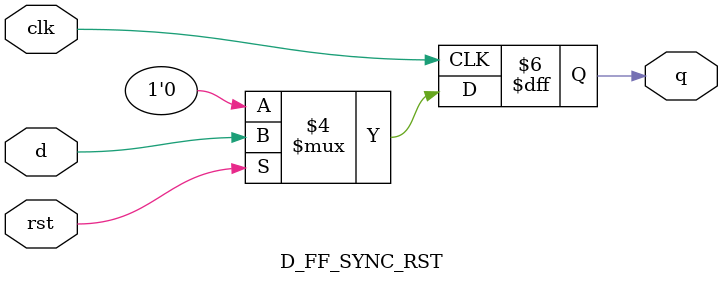
<source format=v>
/* VERILOG PRACTICE MATERIAL 

Author: Dhananjay Vijayaraghavan
Date: 18 Jan 2024
Last Modified: 18 Jan 2024

This code is written as part of practicing Verilog HDL for either interviews 
or courses. The objective is this codebase is to provide an easy, workable template 
that is flexible, yet easy to use in prototyping different examples in Verilog. 

Project: D Flip Flop. 
         Design D-FF with async active-low reset and syn active-low reset. 

FILE: dff.v
PURPOSE: Module definitions of D-FF according to the spec above. 
        
*/

module D_FF(input clk, 
            input rst,
            input d, 
            output reg q);

always @(posedge clk or negedge rst) begin
    
    if (!rst)
      q <= 0;
    else
      q <= d;

end
endmodule

module D_FF_SYNC_RST(input clk, 
                     input rst,
                     input d, 
                     output reg q);

always @(posedge clk) begin
    
    if (!rst)
      q <= 0;
    else
      q <= d;

end
endmodule


</source>
